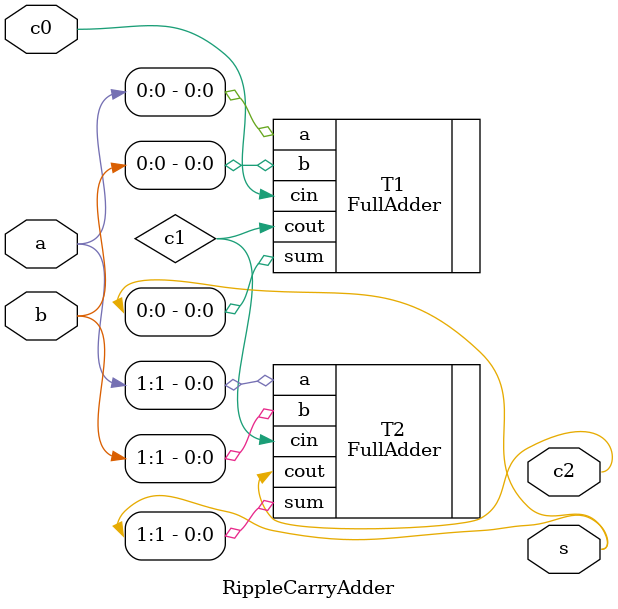
<source format=v>
`timescale 1ns / 1ps
module RippleCarryAdder(
    input [1:0] a,
    input [1:0] b,
    input c0,
    output [1:0] s,
    output c2
    );

	 wire c1;
	 
	 FullAdder T1(.a(a[0]), .b(b[0]), .cin(c0), .sum(s[0]), .cout(c1));
	 FullAdder T2(.a(a[1]), .b(b[1]), .cin(c1), .sum(s[1]), .cout(c2));
	
endmodule

</source>
